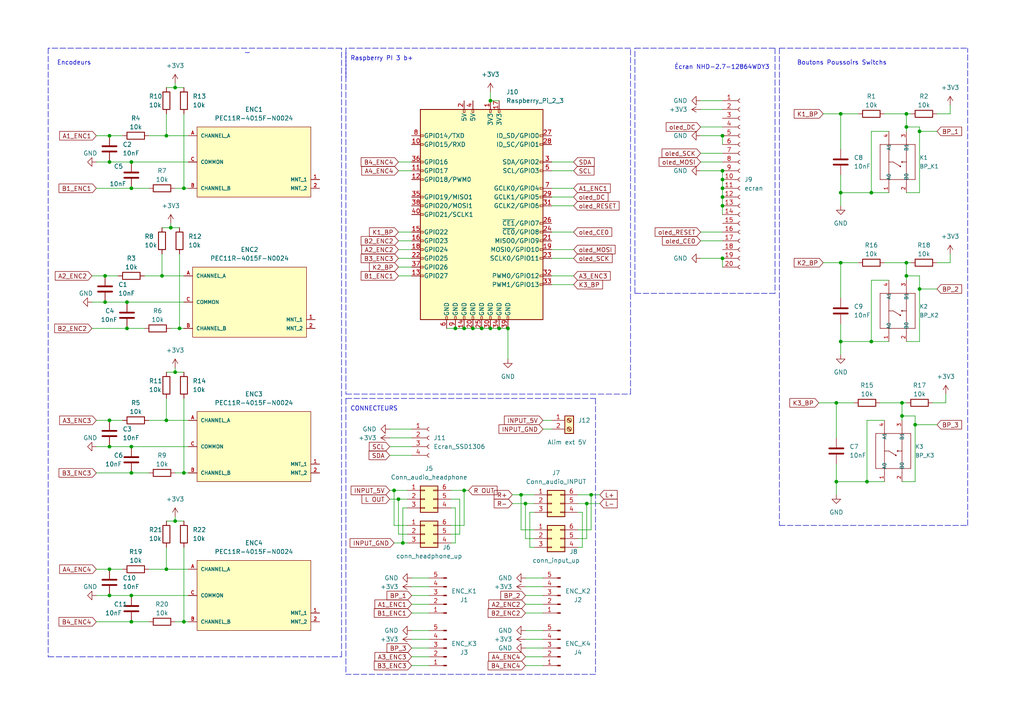
<source format=kicad_sch>
(kicad_sch (version 20211123) (generator eeschema)
  (paper "A4")
  (title_block (title "Syst Shield") (date "2022-05-24") (company "Damien Skoraki _  Les Usines"))
  (junction (at 242.57 116.84))
  (junction (at 243.84 99.06))
  (junction (at 115.57 144.78))
  (junction (at 38.1 46.99))
  (junction (at 261.62 120.65))
  (junction (at 30.48 80.01))
  (junction (at 209.55 54.61))
  (junction (at 262.89 36.83))
  (junction (at 144.78 95.25))
  (junction (at 209.55 49.53))
  (junction (at 251.46 139.7))
  (junction (at 48.26 39.37))
  (junction (at 38.1 137.16))
  (junction (at 53.34 180.34))
  (junction (at 209.55 59.69))
  (junction (at 48.26 121.92))
  (junction (at 243.84 55.88))
  (junction (at 31.75 172.72))
  (junction (at 170.18 146.05))
  (junction (at 134.62 95.25))
  (junction (at 147.32 95.25))
  (junction (at 30.48 87.63))
  (junction (at 50.8 151.13))
  (junction (at 262.89 76.2))
  (junction (at 252.73 55.88))
  (junction (at 142.24 95.25))
  (junction (at 31.75 165.1))
  (junction (at 265.43 123.19))
  (junction (at 31.75 46.99))
  (junction (at 46.99 80.01))
  (junction (at 209.55 39.37))
  (junction (at 261.62 116.84))
  (junction (at 252.73 99.06))
  (junction (at 209.55 52.07))
  (junction (at 142.24 29.21))
  (junction (at 152.4 146.05))
  (junction (at 50.8 25.4))
  (junction (at 209.55 74.93))
  (junction (at 52.07 95.25))
  (junction (at 50.8 107.95))
  (junction (at 38.1 172.72))
  (junction (at 49.53 66.04))
  (junction (at 114.3 142.24))
  (junction (at 31.75 121.92))
  (junction (at 116.84 157.48))
  (junction (at 209.55 57.15))
  (junction (at 38.1 180.34))
  (junction (at 242.57 139.7))
  (junction (at 36.83 95.25))
  (junction (at 38.1 54.61))
  (junction (at 266.7 38.1))
  (junction (at 243.84 33.02))
  (junction (at 31.75 129.54))
  (junction (at 137.16 95.25))
  (junction (at 48.26 165.1))
  (junction (at 151.13 143.51))
  (junction (at 134.62 142.24))
  (junction (at 38.1 129.54))
  (junction (at 53.34 54.61))
  (junction (at 53.34 137.16))
  (junction (at 262.89 80.01))
  (junction (at 262.89 33.02))
  (junction (at 243.84 76.2))
  (junction (at 132.08 95.25))
  (junction (at 171.45 143.51))
  (junction (at 36.83 87.63))
  (junction (at 266.7 83.82))
  (junction (at 31.75 39.37))
  (junction (at 139.7 95.25))
  (wire (pts (xy 154.94 143.51) (xy 151.13 143.51)))
  (wire (pts (xy 252.73 38.1) (xy 257.81 38.1)))
  (wire (pts (xy 152.4 170.18) (xy 157.48 170.18)))
  (wire (pts (xy 266.7 83.82) (xy 266.7 80.01)))
  (wire (pts (xy 113.03 127) (xy 119.38 127)))
  (wire (pts (xy 251.46 139.7) (xy 251.46 121.92)))
  (wire (pts (xy 113.03 142.24) (xy 114.3 142.24)))
  (wire (pts (xy 148.59 146.05) (xy 152.4 146.05)))
  (wire (pts (xy 243.84 76.2) (xy 248.92 76.2)))
  (wire (pts (xy 266.7 38.1) (xy 266.7 36.83)))
  (wire (pts (xy 132.08 95.25) (xy 134.62 95.25)))
  (wire (pts (xy 38.1 172.72) (xy 54.61 172.72)))
  (polyline (pts (xy 226.06 152.4) (xy 280.67 152.4)))
  (wire (pts (xy 31.75 39.37) (xy 35.56 39.37)))
  (wire (pts (xy 50.8 151.13) (xy 53.34 151.13)))
  (wire (pts (xy 152.4 167.64) (xy 157.48 167.64)))
  (wire (pts (xy 114.3 152.4) (xy 118.11 152.4)))
  (polyline (pts (xy 99.06 13.97) (xy 13.97 13.97)))
  (wire (pts (xy 257.81 99.06) (xy 252.73 99.06)))
  (wire (pts (xy 203.2 39.37) (xy 209.55 39.37)))
  (wire (pts (xy 115.57 67.31) (xy 119.38 67.31)))
  (wire (pts (xy 242.57 127) (xy 242.57 116.84)))
  (polyline (pts (xy 172.72 195.58) (xy 100.33 195.58)))
  (wire (pts (xy 38.1 46.99) (xy 54.61 46.99)))
  (wire (pts (xy 53.34 33.02) (xy 53.34 54.61)))
  (wire (pts (xy 115.57 69.85) (xy 119.38 69.85)))
  (wire (pts (xy 129.54 95.25) (xy 132.08 95.25)))
  (wire (pts (xy 50.8 24.13) (xy 50.8 25.4)))
  (wire (pts (xy 116.84 147.32) (xy 116.84 157.48)))
  (wire (pts (xy 256.54 139.7) (xy 251.46 139.7)))
  (polyline (pts (xy 71.12 15.24) (xy 72.39 15.24)))
  (wire (pts (xy 115.57 80.01) (xy 119.38 80.01)))
  (wire (pts (xy 38.1 129.54) (xy 54.61 129.54)))
  (wire (pts (xy 151.13 153.67) (xy 154.94 153.67)))
  (wire (pts (xy 114.3 142.24) (xy 114.3 152.4)))
  (wire (pts (xy 137.16 95.25) (xy 139.7 95.25)))
  (wire (pts (xy 144.78 95.25) (xy 147.32 95.25)))
  (wire (pts (xy 48.26 39.37) (xy 54.61 39.37)))
  (wire (pts (xy 167.64 156.21) (xy 170.18 156.21)))
  (polyline (pts (xy 13.97 190.5) (xy 99.06 190.5)))
  (polyline (pts (xy 13.97 13.97) (xy 13.97 190.5)))
  (wire (pts (xy 48.26 107.95) (xy 50.8 107.95)))
  (wire (pts (xy 271.78 76.2) (xy 275.59 76.2)))
  (wire (pts (xy 27.94 39.37) (xy 31.75 39.37)))
  (wire (pts (xy 167.64 158.75) (xy 168.91 158.75)))
  (wire (pts (xy 31.75 172.72) (xy 38.1 172.72)))
  (polyline (pts (xy 182.88 13.97) (xy 100.33 13.97)))
  (wire (pts (xy 203.2 69.85) (xy 209.55 69.85)))
  (wire (pts (xy 237.49 116.84) (xy 242.57 116.84)))
  (wire (pts (xy 243.84 86.36) (xy 243.84 76.2)))
  (wire (pts (xy 275.59 73.66) (xy 275.59 76.2)))
  (wire (pts (xy 209.55 49.53) (xy 209.55 52.07)))
  (wire (pts (xy 119.38 187.96) (xy 124.46 187.96)))
  (wire (pts (xy 209.55 57.15) (xy 209.55 59.69)))
  (wire (pts (xy 266.7 80.01) (xy 262.89 80.01)))
  (wire (pts (xy 252.73 99.06) (xy 252.73 81.28)))
  (wire (pts (xy 262.89 99.06) (xy 266.7 99.06)))
  (wire (pts (xy 262.89 36.83) (xy 262.89 33.02)))
  (wire (pts (xy 31.75 46.99) (xy 38.1 46.99)))
  (wire (pts (xy 242.57 143.51) (xy 242.57 139.7)))
  (wire (pts (xy 115.57 77.47) (xy 119.38 77.47)))
  (wire (pts (xy 160.02 46.99) (xy 166.37 46.99)))
  (wire (pts (xy 130.81 144.78) (xy 133.35 144.78)))
  (wire (pts (xy 262.89 81.28) (xy 262.89 80.01)))
  (wire (pts (xy 160.02 67.31) (xy 166.37 67.31)))
  (wire (pts (xy 119.38 177.8) (xy 124.46 177.8)))
  (wire (pts (xy 27.94 137.16) (xy 38.1 137.16)))
  (wire (pts (xy 266.7 99.06) (xy 266.7 83.82)))
  (wire (pts (xy 30.48 87.63) (xy 36.83 87.63)))
  (wire (pts (xy 160.02 57.15) (xy 166.37 57.15)))
  (wire (pts (xy 266.7 55.88) (xy 266.7 38.1)))
  (wire (pts (xy 152.4 156.21) (xy 154.94 156.21)))
  (wire (pts (xy 170.18 146.05) (xy 170.18 156.21)))
  (wire (pts (xy 265.43 123.19) (xy 265.43 120.65)))
  (wire (pts (xy 119.38 182.88) (xy 124.46 182.88)))
  (wire (pts (xy 50.8 180.34) (xy 53.34 180.34)))
  (wire (pts (xy 266.7 38.1) (xy 271.78 38.1)))
  (wire (pts (xy 257.81 55.88) (xy 252.73 55.88)))
  (wire (pts (xy 152.4 146.05) (xy 152.4 156.21)))
  (wire (pts (xy 134.62 142.24) (xy 135.89 142.24)))
  (wire (pts (xy 49.53 66.04) (xy 52.07 66.04)))
  (wire (pts (xy 36.83 95.25) (xy 41.91 95.25)))
  (wire (pts (xy 152.4 172.72) (xy 157.48 172.72)))
  (wire (pts (xy 262.89 38.1) (xy 262.89 36.83)))
  (wire (pts (xy 261.62 120.65) (xy 261.62 116.84)))
  (wire (pts (xy 160.02 80.01) (xy 166.37 80.01)))
  (wire (pts (xy 142.24 26.67) (xy 142.24 29.21)))
  (wire (pts (xy 262.89 55.88) (xy 266.7 55.88)))
  (wire (pts (xy 43.18 165.1) (xy 48.26 165.1)))
  (wire (pts (xy 256.54 76.2) (xy 262.89 76.2)))
  (wire (pts (xy 43.18 121.92) (xy 48.26 121.92)))
  (polyline (pts (xy 100.33 115.57) (xy 172.72 115.57)))
  (wire (pts (xy 203.2 49.53) (xy 209.55 49.53)))
  (wire (pts (xy 152.4 185.42) (xy 157.48 185.42)))
  (wire (pts (xy 31.75 121.92) (xy 35.56 121.92)))
  (wire (pts (xy 209.55 52.07) (xy 209.55 54.61)))
  (polyline (pts (xy 226.06 13.97) (xy 226.06 152.4)))
  (wire (pts (xy 153.67 158.75) (xy 154.94 158.75)))
  (wire (pts (xy 46.99 80.01) (xy 53.34 80.01)))
  (wire (pts (xy 118.11 142.24) (xy 114.3 142.24)))
  (wire (pts (xy 243.84 59.69) (xy 243.84 55.88)))
  (wire (pts (xy 115.57 46.99) (xy 119.38 46.99)))
  (wire (pts (xy 26.67 80.01) (xy 30.48 80.01)))
  (wire (pts (xy 50.8 149.86) (xy 50.8 151.13)))
  (wire (pts (xy 203.2 46.99) (xy 209.55 46.99)))
  (wire (pts (xy 113.03 124.46) (xy 119.38 124.46)))
  (wire (pts (xy 275.59 30.48) (xy 275.59 33.02)))
  (wire (pts (xy 243.84 50.8) (xy 243.84 55.88)))
  (wire (pts (xy 52.07 73.66) (xy 52.07 95.25)))
  (polyline (pts (xy 100.33 15.24) (xy 100.33 114.3)))
  (wire (pts (xy 53.34 115.57) (xy 53.34 137.16)))
  (polyline (pts (xy 224.79 13.97) (xy 224.79 85.09)))
  (wire (pts (xy 152.4 182.88) (xy 157.48 182.88)))
  (wire (pts (xy 115.57 49.53) (xy 119.38 49.53)))
  (wire (pts (xy 271.78 33.02) (xy 275.59 33.02)))
  (wire (pts (xy 49.53 64.77) (xy 49.53 66.04)))
  (wire (pts (xy 38.1 54.61) (xy 43.18 54.61)))
  (wire (pts (xy 262.89 76.2) (xy 264.16 76.2)))
  (wire (pts (xy 27.94 180.34) (xy 38.1 180.34)))
  (wire (pts (xy 27.94 54.61) (xy 38.1 54.61)))
  (wire (pts (xy 203.2 36.83) (xy 209.55 36.83)))
  (wire (pts (xy 26.67 87.63) (xy 30.48 87.63)))
  (polyline (pts (xy 172.72 115.57) (xy 172.72 195.58)))
  (polyline (pts (xy 184.15 13.97) (xy 224.79 13.97)))
  (wire (pts (xy 266.7 83.82) (xy 271.78 83.82)))
  (wire (pts (xy 203.2 31.75) (xy 209.55 31.75)))
  (wire (pts (xy 26.67 95.25) (xy 36.83 95.25)))
  (wire (pts (xy 48.26 33.02) (xy 48.26 39.37)))
  (wire (pts (xy 31.75 129.54) (xy 38.1 129.54)))
  (wire (pts (xy 46.99 73.66) (xy 46.99 80.01)))
  (wire (pts (xy 133.35 144.78) (xy 133.35 154.94)))
  (wire (pts (xy 170.18 146.05) (xy 173.99 146.05)))
  (wire (pts (xy 148.59 143.51) (xy 151.13 143.51)))
  (wire (pts (xy 132.08 147.32) (xy 132.08 157.48)))
  (wire (pts (xy 160.02 74.93) (xy 166.37 74.93)))
  (polyline (pts (xy 182.88 114.3) (xy 182.88 13.97)))
  (wire (pts (xy 53.34 180.34) (xy 54.61 180.34)))
  (wire (pts (xy 49.53 95.25) (xy 52.07 95.25)))
  (wire (pts (xy 52.07 95.25) (xy 53.34 95.25)))
  (wire (pts (xy 152.4 175.26) (xy 157.48 175.26)))
  (wire (pts (xy 243.84 93.98) (xy 243.84 99.06)))
  (wire (pts (xy 48.26 25.4) (xy 50.8 25.4)))
  (wire (pts (xy 114.3 157.48) (xy 116.84 157.48)))
  (wire (pts (xy 209.55 54.61) (xy 209.55 57.15)))
  (polyline (pts (xy 184.15 85.09) (xy 184.15 13.97)))
  (wire (pts (xy 261.62 139.7) (xy 265.43 139.7)))
  (wire (pts (xy 160.02 49.53) (xy 166.37 49.53)))
  (wire (pts (xy 113.03 144.78) (xy 115.57 144.78)))
  (wire (pts (xy 167.64 148.59) (xy 168.91 148.59)))
  (wire (pts (xy 262.89 80.01) (xy 262.89 76.2)))
  (wire (pts (xy 243.84 55.88) (xy 252.73 55.88)))
  (wire (pts (xy 238.76 33.02) (xy 243.84 33.02)))
  (wire (pts (xy 243.84 33.02) (xy 248.92 33.02)))
  (wire (pts (xy 167.64 143.51) (xy 171.45 143.51)))
  (wire (pts (xy 50.8 137.16) (xy 53.34 137.16)))
  (wire (pts (xy 130.81 152.4) (xy 134.62 152.4)))
  (wire (pts (xy 147.32 95.25) (xy 147.32 104.14)))
  (wire (pts (xy 243.84 99.06) (xy 252.73 99.06)))
  (wire (pts (xy 50.8 25.4) (xy 53.34 25.4)))
  (wire (pts (xy 152.4 187.96) (xy 157.48 187.96)))
  (wire (pts (xy 157.48 124.46) (xy 160.02 124.46)))
  (wire (pts (xy 115.57 72.39) (xy 119.38 72.39)))
  (wire (pts (xy 153.67 148.59) (xy 153.67 158.75)))
  (wire (pts (xy 43.18 39.37) (xy 48.26 39.37)))
  (wire (pts (xy 53.34 158.75) (xy 53.34 180.34)))
  (wire (pts (xy 130.81 142.24) (xy 134.62 142.24)))
  (wire (pts (xy 50.8 54.61) (xy 53.34 54.61)))
  (wire (pts (xy 242.57 134.62) (xy 242.57 139.7)))
  (wire (pts (xy 168.91 148.59) (xy 168.91 158.75)))
  (wire (pts (xy 209.55 39.37) (xy 209.55 41.91)))
  (wire (pts (xy 160.02 82.55) (xy 166.37 82.55)))
  (wire (pts (xy 119.38 185.42) (xy 124.46 185.42)))
  (wire (pts (xy 31.75 165.1) (xy 35.56 165.1)))
  (wire (pts (xy 119.38 172.72) (xy 124.46 172.72)))
  (wire (pts (xy 160.02 72.39) (xy 166.37 72.39)))
  (wire (pts (xy 48.26 115.57) (xy 48.26 121.92)))
  (wire (pts (xy 142.24 95.25) (xy 144.78 95.25)))
  (wire (pts (xy 274.32 114.3) (xy 274.32 116.84)))
  (polyline (pts (xy 280.67 152.4) (xy 280.67 13.97)))
  (wire (pts (xy 142.24 29.21) (xy 144.78 29.21)))
  (wire (pts (xy 27.94 172.72) (xy 31.75 172.72)))
  (polyline (pts (xy 100.33 13.97) (xy 100.33 22.86)))
  (polyline (pts (xy 99.06 190.5) (xy 99.06 13.97)))
  (wire (pts (xy 243.84 102.87) (xy 243.84 99.06)))
  (wire (pts (xy 203.2 67.31) (xy 209.55 67.31)))
  (wire (pts (xy 209.55 59.69) (xy 209.55 62.23)))
  (wire (pts (xy 152.4 193.04) (xy 157.48 193.04)))
  (wire (pts (xy 242.57 139.7) (xy 251.46 139.7)))
  (wire (pts (xy 36.83 87.63) (xy 53.34 87.63)))
  (wire (pts (xy 130.81 147.32) (xy 132.08 147.32)))
  (wire (pts (xy 116.84 157.48) (xy 118.11 157.48)))
  (wire (pts (xy 203.2 44.45) (xy 209.55 44.45)))
  (wire (pts (xy 50.8 106.68) (xy 50.8 107.95)))
  (wire (pts (xy 160.02 54.61) (xy 166.37 54.61)))
  (polyline (pts (xy 100.33 115.57) (xy 100.33 195.58)))
  (wire (pts (xy 118.11 147.32) (xy 116.84 147.32)))
  (wire (pts (xy 256.54 33.02) (xy 262.89 33.02)))
  (wire (pts (xy 115.57 144.78) (xy 115.57 154.94)))
  (wire (pts (xy 119.38 170.18) (xy 124.46 170.18)))
  (wire (pts (xy 130.81 157.48) (xy 132.08 157.48)))
  (wire (pts (xy 53.34 137.16) (xy 54.61 137.16)))
  (wire (pts (xy 266.7 36.83) (xy 262.89 36.83)))
  (wire (pts (xy 171.45 143.51) (xy 173.99 143.51)))
  (wire (pts (xy 30.48 80.01) (xy 34.29 80.01)))
  (wire (pts (xy 113.03 129.54) (xy 119.38 129.54)))
  (wire (pts (xy 251.46 121.92) (xy 256.54 121.92)))
  (wire (pts (xy 115.57 74.93) (xy 119.38 74.93)))
  (wire (pts (xy 265.43 120.65) (xy 261.62 120.65)))
  (wire (pts (xy 265.43 123.19) (xy 271.78 123.19)))
  (polyline (pts (xy 226.06 13.97) (xy 280.67 13.97)))
  (wire (pts (xy 134.62 142.24) (xy 134.62 152.4)))
  (wire (pts (xy 41.91 80.01) (xy 46.99 80.01)))
  (wire (pts (xy 115.57 154.94) (xy 118.11 154.94)))
  (wire (pts (xy 53.34 54.61) (xy 54.61 54.61)))
  (wire (pts (xy 48.26 165.1) (xy 54.61 165.1)))
  (wire (pts (xy 203.2 74.93) (xy 209.55 74.93)))
  (wire (pts (xy 243.84 43.18) (xy 243.84 33.02)))
  (wire (pts (xy 167.64 146.05) (xy 170.18 146.05)))
  (wire (pts (xy 154.94 146.05) (xy 152.4 146.05)))
  (wire (pts (xy 261.62 116.84) (xy 262.89 116.84)))
  (wire (pts (xy 203.2 29.21) (xy 209.55 29.21)))
  (wire (pts (xy 119.38 193.04) (xy 124.46 193.04)))
  (wire (pts (xy 152.4 177.8) (xy 157.48 177.8)))
  (wire (pts (xy 134.62 95.25) (xy 137.16 95.25)))
  (wire (pts (xy 209.55 74.93) (xy 209.55 77.47)))
  (wire (pts (xy 118.11 144.78) (xy 115.57 144.78)))
  (wire (pts (xy 113.03 132.08) (xy 119.38 132.08)))
  (wire (pts (xy 27.94 165.1) (xy 31.75 165.1)))
  (wire (pts (xy 27.94 121.92) (xy 31.75 121.92)))
  (polyline (pts (xy 224.79 85.09) (xy 184.15 85.09)))
  (wire (pts (xy 255.27 116.84) (xy 261.62 116.84)))
  (wire (pts (xy 171.45 143.51) (xy 171.45 153.67)))
  (wire (pts (xy 160.02 59.69) (xy 166.37 59.69)))
  (wire (pts (xy 119.38 190.5) (xy 124.46 190.5)))
  (wire (pts (xy 48.26 121.92) (xy 54.61 121.92)))
  (wire (pts (xy 167.64 153.67) (xy 171.45 153.67)))
  (wire (pts (xy 46.99 66.04) (xy 49.53 66.04)))
  (wire (pts (xy 265.43 139.7) (xy 265.43 123.19)))
  (wire (pts (xy 130.81 154.94) (xy 133.35 154.94)))
  (wire (pts (xy 38.1 180.34) (xy 43.18 180.34)))
  (wire (pts (xy 119.38 167.64) (xy 124.46 167.64)))
  (wire (pts (xy 27.94 46.99) (xy 31.75 46.99)))
  (polyline (pts (xy 100.33 114.3) (xy 182.88 114.3)))
  (wire (pts (xy 262.89 33.02) (xy 264.16 33.02)))
  (wire (pts (xy 270.51 116.84) (xy 274.32 116.84)))
  (wire (pts (xy 252.73 81.28) (xy 257.81 81.28)))
  (wire (pts (xy 152.4 190.5) (xy 157.48 190.5)))
  (wire (pts (xy 238.76 76.2) (xy 243.84 76.2)))
  (wire (pts (xy 48.26 151.13) (xy 50.8 151.13)))
  (wire (pts (xy 119.38 175.26) (xy 124.46 175.26)))
  (wire (pts (xy 261.62 121.92) (xy 261.62 120.65)))
  (wire (pts (xy 48.26 158.75) (xy 48.26 165.1)))
  (wire (pts (xy 252.73 55.88) (xy 252.73 38.1)))
  (wire (pts (xy 242.57 116.84) (xy 247.65 116.84)))
  (wire (pts (xy 151.13 143.51) (xy 151.13 153.67)))
  (wire (pts (xy 38.1 137.16) (xy 43.18 137.16)))
  (wire (pts (xy 50.8 107.95) (xy 53.34 107.95)))
  (wire (pts (xy 139.7 95.25) (xy 142.24 95.25)))
  (wire (pts (xy 157.48 121.92) (xy 160.02 121.92)))
  (wire (pts (xy 154.94 148.59) (xy 153.67 148.59)))
  (wire (pts (xy 27.94 129.54) (xy 31.75 129.54)))
  (text "Encodeurs\n" (at 16.51 19.05 0) (effects (font (size 1.27 1.27)) (justify left bottom)))
  (text "CONNECTEURS\n" (at 101.6 119.38 0) (effects (font (size 1.27 1.27)) (justify left bottom)))
  (text "Écran NHD-2.7-12864WDY3" (at 195.58 20.32 0) (effects (font (size 1.27 1.27)) (justify left bottom)))
  (text "Raspberry PI 3 b+\n" (at 101.6 17.78 0) (effects (font (size 1.27 1.27)) (justify left bottom)))
  (text "Boutons Poussoirs Switchs" (at 231.14 19.05 0) (effects (font (size 1.27 1.27)) (justify left bottom)))
  (global_label "L OUT" (shape input) (at 113.03 144.78 180) (property "Intersheet References" "${INTERSHEET_REFS}" (effects hide)))
  (global_label "BP_2" (shape input) (at 152.4 172.72 180) (property "Intersheet References" "${INTERSHEET_REFS}" (effects hide)))
  (global_label "B1_ENC1" (shape input) (at 27.94 54.61 180) (property "Intersheet References" "${INTERSHEET_REFS}" (effects hide)))
  (global_label "INPUT_5V" (shape input) (at 157.48 121.92 180) (property "Intersheet References" "${INTERSHEET_REFS}" (effects hide)))
  (global_label "A1_ENC1" (shape input) (at 166.37 54.61 0) (property "Intersheet References" "${INTERSHEET_REFS}" (effects hide)))
  (global_label "A3_ENC3" (shape input) (at 27.94 121.92 180) (property "Intersheet References" "${INTERSHEET_REFS}" (effects hide)))
  (global_label "B2_ENC2" (shape input) (at 152.4 177.8 180) (property "Intersheet References" "${INTERSHEET_REFS}" (effects hide)))
  (global_label "SDA" (shape input) (at 113.03 132.08 180) (property "Intersheet References" "${INTERSHEET_REFS}" (effects hide)))
  (global_label "A1_ENC1" (shape input) (at 27.94 39.37 180) (property "Intersheet References" "${INTERSHEET_REFS}" (effects hide)))
  (global_label "K1_BP" (shape input) (at 115.57 67.31 180) (property "Intersheet References" "${INTERSHEET_REFS}" (effects hide)))
  (global_label "B2_ENC2" (shape input) (at 26.67 95.25 180) (property "Intersheet References" "${INTERSHEET_REFS}" (effects hide)))
  (global_label "SCL" (shape input) (at 166.37 49.53 0) (property "Intersheet References" "${INTERSHEET_REFS}" (effects hide)))
  (global_label "A3_ENC3" (shape input) (at 119.38 190.5 180) (property "Intersheet References" "${INTERSHEET_REFS}" (effects hide)))
  (global_label "A1_ENC1" (shape input) (at 119.38 175.26 180) (property "Intersheet References" "${INTERSHEET_REFS}" (effects hide)))
  (global_label "A2_ENC2" (shape input) (at 115.57 72.39 180) (property "Intersheet References" "${INTERSHEET_REFS}" (effects hide)))
  (global_label "B2_ENC2" (shape input) (at 115.57 69.85 180) (property "Intersheet References" "${INTERSHEET_REFS}" (effects hide)))
  (global_label "oled_SCK" (shape input) (at 166.37 74.93 0) (property "Intersheet References" "${INTERSHEET_REFS}" (effects hide)))
  (global_label "K3_BP" (shape input) (at 237.49 116.84 180) (property "Intersheet References" "${INTERSHEET_REFS}" (effects hide)))
  (global_label "L-" (shape input) (at 173.99 146.05 0) (property "Intersheet References" "${INTERSHEET_REFS}" (effects hide)))
  (global_label "L+" (shape input) (at 173.99 143.51 0) (property "Intersheet References" "${INTERSHEET_REFS}" (effects hide)))
  (global_label "B4_ENC4" (shape input) (at 152.4 193.04 180) (property "Intersheet References" "${INTERSHEET_REFS}" (effects hide)))
  (global_label "oled_DC" (shape input) (at 166.37 57.15 0) (property "Intersheet References" "${INTERSHEET_REFS}" (effects hide)))
  (global_label "INPUT_5V" (shape input) (at 113.03 142.24 180) (property "Intersheet References" "${INTERSHEET_REFS}" (effects hide)))
  (global_label "INPUT_GND" (shape input) (at 114.3 157.48 180) (property "Intersheet References" "${INTERSHEET_REFS}" (effects hide)))
  (global_label "K3_BP" (shape input) (at 166.37 82.55 0) (property "Intersheet References" "${INTERSHEET_REFS}" (effects hide)))
  (global_label "B1_ENC1" (shape input) (at 115.57 80.01 180) (property "Intersheet References" "${INTERSHEET_REFS}" (effects hide)))
  (global_label "A2_ENC2" (shape input) (at 152.4 175.26 180) (property "Intersheet References" "${INTERSHEET_REFS}" (effects hide)))
  (global_label "oled_CE0" (shape input) (at 203.2 69.85 180) (property "Intersheet References" "${INTERSHEET_REFS}" (effects hide)))
  (global_label "oled_MOSI" (shape input) (at 203.2 46.99 180) (property "Intersheet References" "${INTERSHEET_REFS}" (effects hide)))
  (global_label "K2_BP" (shape input) (at 238.76 76.2 180) (property "Intersheet References" "${INTERSHEET_REFS}" (effects hide)))
  (global_label "B3_ENC3" (shape input) (at 27.94 137.16 180) (property "Intersheet References" "${INTERSHEET_REFS}" (effects hide)))
  (global_label "B3_ENC3" (shape input) (at 115.57 74.93 180) (property "Intersheet References" "${INTERSHEET_REFS}" (effects hide)))
  (global_label "A4_ENC4" (shape input) (at 27.94 165.1 180) (property "Intersheet References" "${INTERSHEET_REFS}" (effects hide)))
  (global_label "A2_ENC2" (shape input) (at 26.67 80.01 180) (property "Intersheet References" "${INTERSHEET_REFS}" (effects hide)))
  (global_label "oled_RESET" (shape input) (at 166.37 59.69 0) (property "Intersheet References" "${INTERSHEET_REFS}" (effects hide)))
  (global_label "SDA" (shape input) (at 166.37 46.99 0) (property "Intersheet References" "${INTERSHEET_REFS}" (effects hide)))
  (global_label "R-" (shape input) (at 148.59 146.05 180) (property "Intersheet References" "${INTERSHEET_REFS}" (effects hide)))
  (global_label "R OUT" (shape input) (at 135.89 142.24 0) (property "Intersheet References" "${INTERSHEET_REFS}" (effects hide)))
  (global_label "oled_RESET" (shape input) (at 203.2 67.31 180) (property "Intersheet References" "${INTERSHEET_REFS}" (effects hide)))
  (global_label "B1_ENC1" (shape input) (at 119.38 177.8 180) (property "Intersheet References" "${INTERSHEET_REFS}" (effects hide)))
  (global_label "B3_ENC3" (shape input) (at 119.38 193.04 180) (property "Intersheet References" "${INTERSHEET_REFS}" (effects hide)))
  (global_label "A4_ENC4" (shape input) (at 115.57 49.53 180) (property "Intersheet References" "${INTERSHEET_REFS}" (effects hide)))
  (global_label "BP_1" (shape input) (at 271.78 38.1 0) (property "Intersheet References" "${INTERSHEET_REFS}" (effects hide)))
  (global_label "oled_SCK" (shape input) (at 203.2 44.45 180) (property "Intersheet References" "${INTERSHEET_REFS}" (effects hide)))
  (global_label "oled_CE0" (shape input) (at 166.37 67.31 0) (property "Intersheet References" "${INTERSHEET_REFS}" (effects hide)))
  (global_label "B4_ENC4" (shape input) (at 115.57 46.99 180) (property "Intersheet References" "${INTERSHEET_REFS}" (effects hide)))
  (global_label "A3_ENC3" (shape input) (at 166.37 80.01 0) (property "Intersheet References" "${INTERSHEET_REFS}" (effects hide)))
  (global_label "oled_MOSI" (shape input) (at 166.37 72.39 0) (property "Intersheet References" "${INTERSHEET_REFS}" (effects hide)))
  (global_label "BP_3" (shape input) (at 119.38 187.96 180) (property "Intersheet References" "${INTERSHEET_REFS}" (effects hide)))
  (global_label "A4_ENC4" (shape input) (at 152.4 190.5 180) (property "Intersheet References" "${INTERSHEET_REFS}" (effects hide)))
  (global_label "INPUT_GND" (shape input) (at 157.48 124.46 180) (property "Intersheet References" "${INTERSHEET_REFS}" (effects hide)))
  (global_label "K2_BP" (shape input) (at 115.57 77.47 180) (property "Intersheet References" "${INTERSHEET_REFS}" (effects hide)))
  (global_label "BP_1" (shape input) (at 119.38 172.72 180) (property "Intersheet References" "${INTERSHEET_REFS}" (effects hide)))
  (global_label "K1_BP" (shape input) (at 238.76 33.02 180) (property "Intersheet References" "${INTERSHEET_REFS}" (effects hide)))
  (global_label "BP_3" (shape input) (at 271.78 123.19 0) (property "Intersheet References" "${INTERSHEET_REFS}" (effects hide)))
  (global_label "R+" (shape input) (at 148.59 143.51 180) (property "Intersheet References" "${INTERSHEET_REFS}" (effects hide)))
  (global_label "B4_ENC4" (shape input) (at 27.94 180.34 180) (property "Intersheet References" "${INTERSHEET_REFS}" (effects hide)))
  (global_label "oled_DC" (shape input) (at 203.2 36.83 180) (property "Intersheet References" "${INTERSHEET_REFS}" (effects hide)))
  (global_label "BP_2" (shape input) (at 271.78 83.82 0) (property "Intersheet References" "${INTERSHEET_REFS}" (effects hide)))
  (global_label "SCL" (shape input) (at 113.03 129.54 180) (property "Intersheet References" "${INTERSHEET_REFS}" (effects hide)))
  (symbol (lib_id "power:+3.3V") (at 142.24 26.67 0) (unit 1)
    (property "Reference" "#PWR0101" (effects hide))
    (property "Value" "+3.3V" (at 142.24 21.59 0))
  )
  (symbol (lib_id "Device:C") (at 38.1 50.8 180) (unit 1)
    (property "Reference" "C5" (at 33.02 48.26 0) (effects (justify right)))
    (property "Value" "10nF" (at 31.75 53.34 0) (effects (justify right)))
    (property "Footprint" "Capacitor_THT:C_Disc_D4.3mm_W1.9mm_P5.00mm" (effects hide))
  )
  (symbol (lib_id "power:GND") (at 203.2 74.93 270) (unit 1)
    (property "Reference" "#PWR0105" (effects hide))
    (property "Value" "GND" (at 199.39 74.9299 90) (effects (justify right)))
  )
  (symbol (lib_id "power:+3.3V") (at 50.8 149.86 0) (unit 1)
    (property "Reference" "#PWR0128" (effects hide))
    (property "Value" "+3.3V" (at 50.8 144.78 0))
  )
  (symbol (lib_id "power:+3.3V") (at 113.03 127 90) (unit 1)
    (property "Reference" "#PWR0120" (effects hide))
    (property "Value" "+3.3V" (at 109.22 126.9999 90) (effects (justify left)))
  )
  (symbol (lib_id "Device:R") (at 46.99 180.34 90) (unit 1)
    (property "Reference" "R20" (at 46.99 175.26 90))
    (property "Value" "10k" (at 46.99 177.8 90))
    (property "Footprint" "Resistor_THT:R_Axial_DIN0207_L6.3mm_D2.5mm_P10.16mm_Horizontal" (effects hide))
  )
  (symbol (lib_id "Device:R") (at 46.99 54.61 90) (unit 1)
    (property "Reference" "R7" (at 46.99 49.53 90))
    (property "Value" "10k" (at 46.99 52.07 90))
    (property "Footprint" "Resistor_THT:R_Axial_DIN0207_L6.3mm_D2.5mm_P10.16mm_Horizontal" (effects hide))
  )
  (symbol (lib_id "Device:R") (at 45.72 95.25 90) (unit 1)
    (property "Reference" "R6" (at 45.72 90.17 90))
    (property "Value" "10k" (at 45.72 92.71 90))
    (property "Footprint" "Resistor_THT:R_Axial_DIN0207_L6.3mm_D2.5mm_P10.16mm_Horizontal" (effects hide))
  )
  (symbol (lib_id "SeeedOPL-Switch:DIP-SWITCH-TACTILE-SPST-NO_TS-1109_4P-D6.0MM_") (at 260.35 46.99 90) (unit 1)
    (property "Reference" "K1" (at 266.7 45.72 90) (effects (font (size 1.143 1.143)) (justify right)))
    (property "Value" "BP_K1" (at 266.7 48.26 90) (effects (font (size 1.143 1.143)) (justify right)))
    (property "Footprint" "tactile_switch:SW_PUSH-12mm_Wuerth-430476085716" (effects hide))
    (property "SKU" "311020024" (effects hide))
  )
  (symbol (lib_id "power:GND") (at 152.4 167.64 270) (unit 1)
    (property "Reference" "#PWR0117" (effects hide))
    (property "Value" "GND" (at 148.59 167.6399 90) (effects (justify right)))
  )
  (symbol (lib_id "power:GND") (at 243.84 59.69 0) (unit 1)
    (property "Reference" "#PWR0122" (effects hide))
    (property "Value" "GND" (at 243.84 64.77 0))
  )
  (symbol (lib_id "power:+3.3V") (at 275.59 73.66 0) (unit 1)
    (property "Reference" "#PWR0124" (effects hide))
    (property "Value" "+3.3V" (at 275.59 68.58 0))
  )
  (symbol (lib_id "Connector:Conn_01x20_Female") (at 214.63 52.07 0) (unit 1)
    (property "Reference" "J9" (at 215.9 52.0699 0) (effects (justify left)))
    (property "Value" "ecran" (at 215.9 54.6099 0) (effects (justify left)))
    (property "Footprint" "Connector_PinHeader_2.54mm:PinHeader_1x20_P2.54mm_Vertical" (effects hide))
  )
  (symbol (lib_id "SeeedOPL-Switch:DIP-SWITCH-TACTILE-SPST-NO_TS-1109_4P-D6.0MM_") (at 260.35 90.17 90) (unit 1)
    (property "Reference" "K2" (at 266.7 88.9 90) (effects (font (size 1.143 1.143)) (justify right)))
    (property "Value" "BP_K2" (at 266.7 91.44 90) (effects (font (size 1.143 1.143)) (justify right)))
    (property "Footprint" "tactile_switch:SW_PUSH-12mm_Wuerth-430476085716" (effects hide))
    (property "SKU" "311020024" (effects hide))
  )
  (symbol (lib_id "Connector_Generic:Conn_02x03_Counter_Clockwise") (at 123.19 144.78 0) (unit 1)
    (property "Reference" "J5" (at 124.46 135.89 0))
    (property "Value" "Conn_audio_headphone" (at 124.46 138.43 0))
    (property "Footprint" "Connector_PinSocket_2.54mm:PinSocket_2x03_P2.54mm_Vertical" (effects hide))
  )
  (symbol (lib_id "Device:C") (at 31.75 168.91 180) (unit 1)
    (property "Reference" "C10" (at 35.56 167.6399 0) (effects (justify right)))
    (property "Value" "10nF" (at 35.56 170.1799 0) (effects (justify right)))
    (property "Footprint" "Capacitor_THT:C_Disc_D4.3mm_W1.9mm_P5.00mm" (effects hide))
  )
  (symbol (lib_id "Connector:Raspberry_Pi_2_3") (at 139.7 62.23 0) (unit 1)
    (property "Reference" "J10" (at 146.7994 26.67 0) (effects (justify left)))
    (property "Value" "Raspberry_Pi_2_3" (at 146.7994 29.21 0) (effects (justify left)))
    (property "Footprint" "Connector_PinHeader_2.54mm:PinHeader_2x20_P2.54mm_Vertical" (effects hide))
    (property "Datasheet" "https://www.raspberrypi.org/documentation/hardware/raspberrypi/schematics/rpi_SCH_3bplus_1p0_reduced.pdf" (effects hide))
  )
  (symbol (lib_id "Connector:Conn_01x04_Female") (at 124.46 127 0) (unit 1)
    (property "Reference" "J11" (at 125.73 126.9999 0) (effects (justify left)))
    (property "Value" "Ecran_SSD1306" (at 125.73 129.5399 0) (effects (justify left)))
    (property "Footprint" "Connector_PinSocket_2.54mm:PinSocket_1x04_P2.54mm_Vertical" (effects hide))
  )
  (symbol (lib_id "Device:C") (at 31.75 43.18 180) (unit 1)
    (property "Reference" "C2" (at 35.56 41.9099 0) (effects (justify right)))
    (property "Value" "10nF" (at 35.56 44.4499 0) (effects (justify right)))
    (property "Footprint" "Capacitor_THT:C_Disc_D4.3mm_W1.9mm_P5.00mm" (effects hide))
  )
  (symbol (lib_id "power:GND") (at 203.2 29.21 270) (unit 1)
    (property "Reference" "#PWR0103" (effects hide))
    (property "Value" "GND" (at 199.39 29.2099 90) (effects (justify right)))
  )
  (symbol (lib_id "Connector_Generic:Conn_02x03_Counter_Clockwise") (at 160.02 156.21 0) (unit 1)
    (property "Reference" "J8" (at 166.37 160.02 0))
    (property "Value" "conn_input_up" (at 161.29 162.56 0))
    (property "Footprint" "Connector_PinSocket_2.54mm:PinSocket_2x03_P2.54mm_Vertical" (effects hide))
  )
  (symbol (lib_id "power:+3.3V") (at 275.59 30.48 0) (unit 1)
    (property "Reference" "#PWR0123" (effects hide))
    (property "Value" "+3.3V" (at 275.59 25.4 0))
  )
  (symbol (lib_id "Device:R") (at 252.73 76.2 90) (unit 1)
    (property "Reference" "R16" (at 252.73 71.12 90))
    (property "Value" "10k" (at 252.73 73.66 90))
    (property "Footprint" "Resistor_THT:R_Axial_DIN0207_L6.3mm_D2.5mm_P10.16mm_Horizontal" (effects hide))
  )
  (symbol (lib_id "power:GND") (at 243.84 102.87 0) (unit 1)
    (property "Reference" "#PWR0127" (effects hide))
    (property "Value" "GND" (at 243.84 107.95 0))
  )
  (symbol (lib_id "Device:R") (at 38.1 80.01 90) (unit 1)
    (property "Reference" "R3" (at 38.1 74.93 90))
    (property "Value" "10k" (at 38.1 77.47 90))
    (property "Footprint" "Resistor_THT:R_Axial_DIN0207_L6.3mm_D2.5mm_P10.16mm_Horizontal" (effects hide))
  )
  (symbol (lib_id "power:GND") (at 242.57 143.51 0) (unit 1)
    (property "Reference" "#PWR0125" (effects hide))
    (property "Value" "GND" (at 242.57 148.59 0))
  )
  (symbol (lib_id "norns_enc:PEC11R-4015F-N0024") (at 52.07 39.37 0) (unit 1)
    (property "Reference" "ENC1" (at 73.66 31.75 0))
    (property "Value" "PEC11R-4015F-N0024" (at 73.66 34.29 0))
    (property "Footprint" "norns_enc:Bourns-PEC11R-4015F-N0024-MFG" (effects hide))
    (property "Datasheet" "https://www.bourns.com/docs/product-datasheets/pec11r.pdf?sfvrsn=bb617cbf_7" (effects hide))
    (property "automotive" "No" (effects hide))
    (property "category" "Enc" (effects hide))
    (property "current rating" "10mA" (effects hide))
    (property "detent" "No" (effects hide))
    (property "device class L1" "Electromechanical" (effects hide))
    (property "device class L2" "Switches" (effects hide))
    (property "device class L3" "Encoders" (effects hide))
    (property "digikey description" "ROTARY ENCODER MECHANICAL 24PPR" (effects hide))
    (property "digikey part number" "PEC11R-4015F-N0024-ND" (effects hide))
    (property "encoder type" "Incremental" (effects hide))
    (property "height" "22.3mm" (effects hide))
    (property "lead free" "Yes" (effects hide))
    (property "library id" "5eb90586fce7ecd6" (effects hide))
    (property "manufacturer" "Bourns" (effects hide))
    (property "mouser description" "Encoders 15mm SHAFT NO SWITCH" (effects hide))
    (property "mouser part number" "652-PEC11R-4015F-N24" (effects hide))
    (property "number of circuits" "1" (effects hide))
    (property "package" "PTH_ENC_12MM5_13MM4" (effects hide))
    (property "pulses per rev" "24" (effects hide))
    (property "rohs" "Yes" (effects hide))
    (property "temperature range high" "+70°C" (effects hide))
    (property "temperature range low" "-30°C" (effects hide))
    (property "voltage rating DC" "5V" (effects hide))
  )
  (symbol (lib_id "Device:C") (at 243.84 46.99 180) (unit 1)
    (property "Reference" "C8" (at 247.65 45.7199 0) (effects (justify right)))
    (property "Value" "10nF" (at 247.65 48.2599 0) (effects (justify right)))
    (property "Footprint" "Capacitor_THT:C_Disc_D4.3mm_W1.9mm_P5.00mm" (effects hide))
  )
  (symbol (lib_id "Device:R") (at 46.99 69.85 180) (unit 1)
    (property "Reference" "R8" (at 41.91 68.58 0) (effects (justify right)))
    (property "Value" "10k" (at 41.91 71.12 0) (effects (justify right)))
    (property "Footprint" "Resistor_THT:R_Axial_DIN0207_L6.3mm_D2.5mm_P10.16mm_Horizontal" (effects hide))
  )
  (symbol (lib_id "Device:C") (at 38.1 176.53 180) (unit 1)
    (property "Reference" "C11" (at 33.02 175.26 0) (effects (justify right)))
    (property "Value" "10nF" (at 30.48 177.8 0) (effects (justify right)))
    (property "Footprint" "Capacitor_THT:C_Disc_D4.3mm_W1.9mm_P5.00mm" (effects hide))
  )
  (symbol (lib_id "norns_enc:PEC11R-4015F-N0024") (at 52.07 165.1 0) (unit 1)
    (property "Reference" "ENC4" (at 73.66 157.48 0))
    (property "Value" "PEC11R-4015F-N0024" (at 73.66 160.02 0))
    (property "Footprint" "norns_enc:Bourns-PEC11R-4015F-N0024-MFG" (effects hide))
    (property "Datasheet" "https://www.bourns.com/docs/product-datasheets/pec11r.pdf?sfvrsn=bb617cbf_7" (effects hide))
    (property "automotive" "No" (effects hide))
    (property "category" "Enc" (effects hide))
    (property "current rating" "10mA" (effects hide))
    (property "detent" "No" (effects hide))
    (property "device class L1" "Electromechanical" (effects hide))
    (property "device class L2" "Switches" (effects hide))
    (property "device class L3" "Encoders" (effects hide))
    (property "digikey description" "ROTARY ENCODER MECHANICAL 24PPR" (effects hide))
    (property "digikey part number" "PEC11R-4015F-N0024-ND" (effects hide))
    (property "encoder type" "Incremental" (effects hide))
    (property "height" "22.3mm" (effects hide))
    (property "lead free" "Yes" (effects hide))
    (property "library id" "5eb90586fce7ecd6" (effects hide))
    (property "manufacturer" "Bourns" (effects hide))
    (property "mouser description" "Encoders 15mm SHAFT NO SWITCH" (effects hide))
    (property "mouser part number" "652-PEC11R-4015F-N24" (effects hide))
    (property "number of circuits" "1" (effects hide))
    (property "package" "PTH_ENC_12MM5_13MM4" (effects hide))
    (property "pulses per rev" "24" (effects hide))
    (property "rohs" "Yes" (effects hide))
    (property "temperature range high" "+70°C" (effects hide))
    (property "temperature range low" "-30°C" (effects hide))
    (property "voltage rating DC" "5V" (effects hide))
  )
  (symbol (lib_id "power:GND") (at 26.67 87.63 270) (unit 1)
    (property "Reference" "#PWR0113" (effects hide))
    (property "Value" "GND" (at 22.86 85.09 90) (effects (justify left)))
  )
  (symbol (lib_id "Connector:Conn_01x05_Male") (at 162.56 187.96 180) (unit 1)
    (property "Reference" "J4" (at 167.64 189.23 0))
    (property "Value" "ENC_K4" (at 167.64 186.69 0))
    (property "Footprint" "Connector_PinHeader_2.54mm:PinHeader_1x05_P2.54mm_Vertical" (effects hide))
  )
  (symbol (lib_id "power:+3.3V") (at 49.53 64.77 0) (unit 1)
    (property "Reference" "#PWR0111" (effects hide))
    (property "Value" "+3.3V" (at 49.53 59.69 0))
  )
  (symbol (lib_id "SeeedOPL-Switch:DIP-SWITCH-TACTILE-SPST-NO_TS-1109_4P-D6.0MM_") (at 259.08 130.81 90) (unit 1)
    (property "Reference" "K3" (at 265.43 129.54 90) (effects (font (size 1.143 1.143)) (justify right)))
    (property "Value" "BP_K3" (at 265.43 132.08 90) (effects (font (size 1.143 1.143)) (justify right)))
    (property "Footprint" "tactile_switch:SW_PUSH-12mm_Wuerth-430476085716" (effects hide))
    (property "SKU" "311020024" (effects hide))
  )
  (symbol (lib_id "power:+3.3V") (at 274.32 114.3 0) (unit 1)
    (property "Reference" "#PWR0126" (effects hide))
    (property "Value" "+3.3V" (at 274.32 109.22 0))
  )
  (symbol (lib_id "Device:R") (at 48.26 154.94 180) (unit 1)
    (property "Reference" "R21" (at 43.18 153.67 0) (effects (justify right)))
    (property "Value" "10k" (at 43.18 156.21 0) (effects (justify right)))
    (property "Footprint" "Resistor_THT:R_Axial_DIN0207_L6.3mm_D2.5mm_P10.16mm_Horizontal" (effects hide))
  )
  (symbol (lib_id "power:GND") (at 147.32 104.14 0) (unit 1)
    (property "Reference" "#PWR0102" (effects hide))
    (property "Value" "GND" (at 147.32 109.22 0))
  )
  (symbol (lib_id "norns_enc:PEC11R-4015F-N0024") (at 52.07 121.92 0) (unit 1)
    (property "Reference" "ENC3" (at 73.66 114.3 0))
    (property "Value" "PEC11R-4015F-N0024" (at 73.66 116.84 0))
    (property "Footprint" "norns_enc:Bourns-PEC11R-4015F-N0024-MFG" (effects hide))
    (property "Datasheet" "https://www.bourns.com/docs/product-datasheets/pec11r.pdf?sfvrsn=bb617cbf_7" (effects hide))
    (property "automotive" "No" (effects hide))
    (property "category" "Enc" (effects hide))
    (property "current rating" "10mA" (effects hide))
    (property "detent" "No" (effects hide))
    (property "device class L1" "Electromechanical" (effects hide))
    (property "device class L2" "Switches" (effects hide))
    (property "device class L3" "Encoders" (effects hide))
    (property "digikey description" "ROTARY ENCODER MECHANICAL 24PPR" (effects hide))
    (property "digikey part number" "PEC11R-4015F-N0024-ND" (effects hide))
    (property "encoder type" "Incremental" (effects hide))
    (property "height" "22.3mm" (effects hide))
    (property "lead free" "Yes" (effects hide))
    (property "library id" "5eb90586fce7ecd6" (effects hide))
    (property "manufacturer" "Bourns" (effects hide))
    (property "mouser description" "Encoders 15mm SHAFT NO SWITCH" (effects hide))
    (property "mouser part number" "652-PEC11R-4015F-N24" (effects hide))
    (property "number of circuits" "1" (effects hide))
    (property "package" "PTH_ENC_12MM5_13MM4" (effects hide))
    (property "pulses per rev" "24" (effects hide))
    (property "rohs" "Yes" (effects hide))
    (property "temperature range high" "+70°C" (effects hide))
    (property "temperature range low" "-30°C" (effects hide))
    (property "voltage rating DC" "5V" (effects hide))
  )
  (symbol (lib_id "Device:R") (at 267.97 33.02 90) (unit 1)
    (property "Reference" "R2" (at 267.97 27.94 90))
    (property "Value" "10k" (at 267.97 30.48 90))
    (property "Footprint" "Resistor_THT:R_Axial_DIN0207_L6.3mm_D2.5mm_P10.16mm_Horizontal" (effects hide))
  )
  (symbol (lib_id "power:+3.3V") (at 152.4 185.42 90) (unit 1)
    (property "Reference" "#PWR0131" (effects hide))
    (property "Value" "+3.3V" (at 148.59 185.4199 90) (effects (justify left)))
  )
  (symbol (lib_id "power:GND") (at 119.38 167.64 270) (unit 1)
    (property "Reference" "#PWR0108" (effects hide))
    (property "Value" "GND" (at 115.57 167.6399 90) (effects (justify right)))
  )
  (symbol (lib_id "power:+3.3V") (at 50.8 106.68 0) (unit 1)
    (property "Reference" "#PWR0110" (effects hide))
    (property "Value" "+3.3V" (at 50.8 101.6 0))
  )
  (symbol (lib_id "Device:R") (at 48.26 111.76 180) (unit 1)
    (property "Reference" "R11" (at 43.18 110.49 0) (effects (justify right)))
    (property "Value" "10k" (at 43.18 113.03 0) (effects (justify right)))
    (property "Footprint" "Resistor_THT:R_Axial_DIN0207_L6.3mm_D2.5mm_P10.16mm_Horizontal" (effects hide))
  )
  (symbol (lib_id "power:GND") (at 203.2 49.53 270) (unit 1)
    (property "Reference" "#PWR0107" (effects hide))
    (property "Value" "GND" (at 199.39 49.5299 90) (effects (justify right)))
  )
  (symbol (lib_id "Device:R") (at 53.34 111.76 180) (unit 1)
    (property "Reference" "R14" (at 55.88 110.4899 0) (effects (justify right)))
    (property "Value" "10k" (at 55.88 113.0299 0) (effects (justify right)))
    (property "Footprint" "Resistor_THT:R_Axial_DIN0207_L6.3mm_D2.5mm_P10.16mm_Horizontal" (effects hide))
  )
  (symbol (lib_id "Device:C") (at 30.48 83.82 180) (unit 1)
    (property "Reference" "C1" (at 34.29 82.5499 0) (effects (justify right)))
    (property "Value" "10nF" (at 34.29 85.0899 0) (effects (justify right)))
    (property "Footprint" "Capacitor_THT:C_Disc_D4.3mm_W1.9mm_P5.00mm" (effects hide))
  )
  (symbol (lib_id "Device:C") (at 243.84 90.17 180) (unit 1)
    (property "Reference" "C9" (at 247.65 88.8999 0) (effects (justify right)))
    (property "Value" "10nF" (at 247.65 91.4399 0) (effects (justify right)))
    (property "Footprint" "Capacitor_THT:C_Disc_D4.3mm_W1.9mm_P5.00mm" (effects hide))
  )
  (symbol (lib_id "Device:C") (at 38.1 133.35 180) (unit 1)
    (property "Reference" "C6" (at 33.02 132.08 0) (effects (justify right)))
    (property "Value" "10nF" (at 30.48 134.62 0) (effects (justify right)))
    (property "Footprint" "Capacitor_THT:C_Disc_D4.3mm_W1.9mm_P5.00mm" (effects hide))
  )
  (symbol (lib_id "power:GND") (at 27.94 46.99 270) (unit 1)
    (property "Reference" "#PWR0112" (effects hide))
    (property "Value" "GND" (at 24.13 44.45 90) (effects (justify left)))
  )
  (symbol (lib_id "Device:R") (at 252.73 33.02 90) (unit 1)
    (property "Reference" "R1" (at 252.73 27.94 90))
    (property "Value" "10k" (at 252.73 30.48 90))
    (property "Footprint" "Resistor_THT:R_Axial_DIN0207_L6.3mm_D2.5mm_P10.16mm_Horizontal" (effects hide))
  )
  (symbol (lib_id "Device:R") (at 39.37 39.37 90) (unit 1)
    (property "Reference" "R4" (at 39.37 34.29 90))
    (property "Value" "10k" (at 39.37 36.83 90))
    (property "Footprint" "Resistor_THT:R_Axial_DIN0207_L6.3mm_D2.5mm_P10.16mm_Horizontal" (effects hide))
  )
  (symbol (lib_id "power:GND") (at 152.4 182.88 270) (unit 1)
    (property "Reference" "#PWR0132" (effects hide))
    (property "Value" "GND" (at 148.59 182.8799 90) (effects (justify right)))
  )
  (symbol (lib_id "Device:R") (at 52.07 69.85 180) (unit 1)
    (property "Reference" "R12" (at 54.61 68.5799 0) (effects (justify right)))
    (property "Value" "10k" (at 54.61 71.1199 0) (effects (justify right)))
    (property "Footprint" "Resistor_THT:R_Axial_DIN0207_L6.3mm_D2.5mm_P10.16mm_Horizontal" (effects hide))
  )
  (symbol (lib_id "Device:R") (at 53.34 29.21 180) (unit 1)
    (property "Reference" "R13" (at 55.88 27.94 0) (effects (justify right)))
    (property "Value" "10k" (at 55.88 30.4799 0) (effects (justify right)))
    (property "Footprint" "Resistor_THT:R_Axial_DIN0207_L6.3mm_D2.5mm_P10.16mm_Horizontal" (effects hide))
  )
  (symbol (lib_id "Connector:Screw_Terminal_01x02") (at 165.1 121.92 0) (unit 1)
    (property "Reference" "J12" (at 167.64 121.9199 0) (effects (justify left)))
    (property "Value" "Alim ext 5V" (at 158.75 128.27 0) (effects (justify left)))
    (property "Footprint" "TerminalBlock:TerminalBlock_Altech_AK300-2_P5.00mm" (effects hide))
  )
  (symbol (lib_id "Connector_Generic:Conn_02x03_Counter_Clockwise") (at 160.02 146.05 0) (unit 1)
    (property "Reference" "J7" (at 161.29 137.16 0))
    (property "Value" "Conn_audio_INPUT" (at 161.29 139.7 0))
    (property "Footprint" "Connector_PinSocket_2.54mm:PinSocket_2x03_P2.54mm_Vertical" (effects hide))
  )
  (symbol (lib_id "Connector:Conn_01x05_Male") (at 162.56 172.72 180) (unit 1)
    (property "Reference" "J2" (at 167.64 173.99 0))
    (property "Value" "ENC_K2" (at 167.64 171.45 0))
    (property "Footprint" "Connector_PinHeader_2.54mm:PinHeader_1x05_P2.54mm_Vertical" (effects hide))
  )
  (symbol (lib_id "power:+3.3V") (at 119.38 170.18 90) (unit 1)
    (property "Reference" "#PWR0109" (effects hide))
    (property "Value" "+3.3V" (at 115.57 170.1799 90) (effects (justify left)))
  )
  (symbol (lib_id "Device:R") (at 266.7 116.84 90) (unit 1)
    (property "Reference" "R17" (at 266.7 111.76 90))
    (property "Value" "10k" (at 266.7 114.3 90))
    (property "Footprint" "Resistor_THT:R_Axial_DIN0207_L6.3mm_D2.5mm_P10.16mm_Horizontal" (effects hide))
  )
  (symbol (lib_id "Device:R") (at 39.37 121.92 90) (unit 1)
    (property "Reference" "R5" (at 39.37 116.84 90))
    (property "Value" "10k" (at 39.37 119.38 90))
    (property "Footprint" "Resistor_THT:R_Axial_DIN0207_L6.3mm_D2.5mm_P10.16mm_Horizontal" (effects hide))
  )
  (symbol (lib_id "Device:R") (at 46.99 137.16 90) (unit 1)
    (property "Reference" "R9" (at 46.99 132.08 90))
    (property "Value" "10k" (at 46.99 134.62 90))
    (property "Footprint" "Resistor_THT:R_Axial_DIN0207_L6.3mm_D2.5mm_P10.16mm_Horizontal" (effects hide))
  )
  (symbol (lib_id "Device:R") (at 53.34 154.94 180) (unit 1)
    (property "Reference" "R22" (at 55.88 153.6699 0) (effects (justify right)))
    (property "Value" "10k" (at 55.88 156.2099 0) (effects (justify right)))
    (property "Footprint" "Resistor_THT:R_Axial_DIN0207_L6.3mm_D2.5mm_P10.16mm_Horizontal" (effects hide))
  )
  (symbol (lib_id "Device:R") (at 251.46 116.84 90) (unit 1)
    (property "Reference" "R15" (at 251.46 111.76 90))
    (property "Value" "10k" (at 251.46 114.3 90))
    (property "Footprint" "Resistor_THT:R_Axial_DIN0207_L6.3mm_D2.5mm_P10.16mm_Horizontal" (effects hide))
  )
  (symbol (lib_id "power:+3.3V") (at 50.8 24.13 0) (unit 1)
    (property "Reference" "#PWR0115" (effects hide))
    (property "Value" "+3.3V" (at 50.8 19.05 0))
  )
  (symbol (lib_id "power:+3.3V") (at 119.38 185.42 90) (unit 1)
    (property "Reference" "#PWR0119" (effects hide))
    (property "Value" "+3.3V" (at 115.57 185.4199 90) (effects (justify left)))
  )
  (symbol (lib_id "Device:C") (at 242.57 130.81 180) (unit 1)
    (property "Reference" "C7" (at 246.38 129.5399 0) (effects (justify right)))
    (property "Value" "10nF" (at 246.38 132.0799 0) (effects (justify right)))
    (property "Footprint" "Capacitor_THT:C_Disc_D4.3mm_W1.9mm_P5.00mm" (effects hide))
  )
  (symbol (lib_id "power:GND") (at 27.94 129.54 270) (unit 1)
    (property "Reference" "#PWR0114" (effects hide))
    (property "Value" "GND" (at 24.13 127 90) (effects (justify left)))
  )
  (symbol (lib_id "power:GND") (at 119.38 182.88 270) (unit 1)
    (property "Reference" "#PWR0118" (effects hide))
    (property "Value" "GND" (at 115.57 182.8799 90) (effects (justify right)))
  )
  (symbol (lib_id "Device:C") (at 31.75 125.73 180) (unit 1)
    (property "Reference" "C3" (at 35.56 124.4599 0) (effects (justify right)))
    (property "Value" "10nF" (at 35.56 126.9999 0) (effects (justify right)))
    (property "Footprint" "Capacitor_THT:C_Disc_D4.3mm_W1.9mm_P5.00mm" (effects hide))
  )
  (symbol (lib_id "norns_enc:PEC11R-4015F-N0024") (at 50.8 80.01 0) (unit 1)
    (property "Reference" "ENC2" (at 72.39 72.39 0))
    (property "Value" "PEC11R-4015F-N0024" (at 72.39 74.93 0))
    (property "Footprint" "norns_enc:Bourns-PEC11R-4015F-N0024-MFG" (effects hide))
    (property "Datasheet" "https://www.bourns.com/docs/product-datasheets/pec11r.pdf?sfvrsn=bb617cbf_7" (effects hide))
    (property "automotive" "No" (effects hide))
    (property "category" "Enc" (effects hide))
    (property "current rating" "10mA" (effects hide))
    (property "detent" "No" (effects hide))
    (property "device class L1" "Electromechanical" (effects hide))
    (property "device class L2" "Switches" (effects hide))
    (property "device class L3" "Encoders" (effects hide))
    (property "digikey description" "ROTARY ENCODER MECHANICAL 24PPR" (effects hide))
    (property "digikey part number" "PEC11R-4015F-N0024-ND" (effects hide))
    (property "encoder type" "Incremental" (effects hide))
    (property "height" "22.3mm" (effects hide))
    (property "lead free" "Yes" (effects hide))
    (property "library id" "5eb90586fce7ecd6" (effects hide))
    (property "manufacturer" "Bourns" (effects hide))
    (property "mouser description" "Encoders 15mm SHAFT NO SWITCH" (effects hide))
    (property "mouser part number" "652-PEC11R-4015F-N24" (effects hide))
    (property "number of circuits" "1" (effects hide))
    (property "package" "PTH_ENC_12MM5_13MM4" (effects hide))
    (property "pulses per rev" "24" (effects hide))
    (property "rohs" "Yes" (effects hide))
    (property "temperature range high" "+70°C" (effects hide))
    (property "temperature range low" "-30°C" (effects hide))
    (property "voltage rating DC" "5V" (effects hide))
  )
  (symbol (lib_id "Device:R") (at 267.97 76.2 90) (unit 1)
    (property "Reference" "R18" (at 267.97 71.12 90))
    (property "Value" "10k" (at 267.97 73.66 90))
    (property "Footprint" "Resistor_THT:R_Axial_DIN0207_L6.3mm_D2.5mm_P10.16mm_Horizontal" (effects hide))
  )
  (symbol (lib_id "Connector:Conn_01x05_Male") (at 129.54 187.96 180) (unit 1)
    (property "Reference" "J3" (at 134.62 189.23 0))
    (property "Value" "ENC_K3" (at 134.62 186.69 0))
    (property "Footprint" "Connector_PinHeader_2.54mm:PinHeader_1x05_P2.54mm_Vertical" (effects hide))
  )
  (symbol (lib_id "Device:R") (at 39.37 165.1 90) (unit 1)
    (property "Reference" "R19" (at 39.37 160.02 90))
    (property "Value" "10k" (at 39.37 162.56 90))
    (property "Footprint" "Resistor_THT:R_Axial_DIN0207_L6.3mm_D2.5mm_P10.16mm_Horizontal" (effects hide))
  )
  (symbol (lib_id "Device:C") (at 36.83 91.44 180) (unit 1)
    (property "Reference" "C4" (at 30.48 90.17 0) (effects (justify right)))
    (property "Value" "10nF" (at 29.21 92.71 0) (effects (justify right)))
    (property "Footprint" "Capacitor_THT:C_Disc_D4.3mm_W1.9mm_P5.00mm" (effects hide))
  )
  (symbol (lib_id "Device:R") (at 48.26 29.21 180) (unit 1)
    (property "Reference" "R10" (at 43.18 27.94 0) (effects (justify right)))
    (property "Value" "10k" (at 43.18 30.48 0) (effects (justify right)))
    (property "Footprint" "Resistor_THT:R_Axial_DIN0207_L6.3mm_D2.5mm_P10.16mm_Horizontal" (effects hide))
  )
  (symbol (lib_id "power:GND") (at 203.2 39.37 270) (unit 1)
    (property "Reference" "#PWR0106" (effects hide))
    (property "Value" "GND" (at 199.39 39.3699 90) (effects (justify right)))
  )
  (symbol (lib_id "power:GND") (at 113.03 124.46 270) (unit 1)
    (property "Reference" "#PWR0121" (effects hide))
    (property "Value" "GND" (at 109.22 124.4599 90) (effects (justify right)))
  )
  (symbol (lib_id "Connector_Generic:Conn_02x03_Counter_Clockwise") (at 123.19 154.94 0) (unit 1)
    (property "Reference" "J6" (at 129.54 158.75 0))
    (property "Value" "conn_headphone_up" (at 124.46 161.29 0))
    (property "Footprint" "Connector_PinSocket_2.54mm:PinSocket_2x03_P2.54mm_Vertical" (effects hide))
  )
  (symbol (lib_id "power:GND") (at 27.94 172.72 270) (unit 1)
    (property "Reference" "#PWR0129" (effects hide))
    (property "Value" "GND" (at 24.13 170.18 90) (effects (justify left)))
  )
  (symbol (lib_id "power:GND") (at 152.4 187.96 270) (unit 1)
    (property "Reference" "#PWR0130" (effects hide))
    (property "Value" "GND" (at 148.59 187.9599 90) (effects (justify right)))
  )
  (symbol (lib_id "Connector:Conn_01x05_Male") (at 129.54 172.72 180) (unit 1)
    (property "Reference" "J1" (at 134.62 173.99 0))
    (property "Value" "ENC_K1" (at 134.62 171.45 0))
    (property "Footprint" "Connector_PinHeader_2.54mm:PinHeader_1x05_P2.54mm_Vertical" (effects hide))
  )
  (symbol (lib_id "power:+3.3V") (at 152.4 170.18 90) (unit 1)
    (property "Reference" "#PWR0116" (effects hide))
    (property "Value" "+3.3V" (at 148.59 170.1799 90) (effects (justify left)))
  )
  (symbol (lib_id "power:+3.3V") (at 203.2 31.75 90) (unit 1)
    (property "Reference" "#PWR0104" (effects hide))
    (property "Value" "+3.3V" (at 199.39 31.7499 90) (effects (justify left)))
  )
)
</source>
